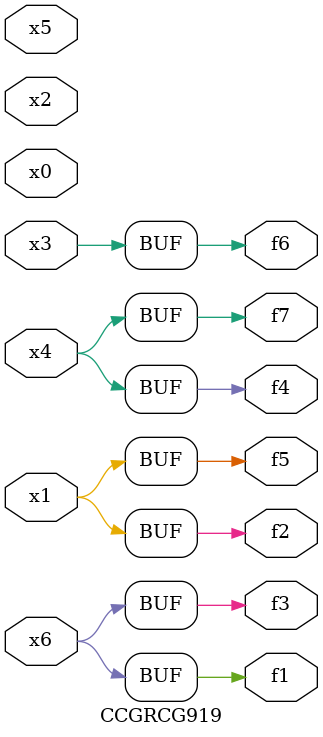
<source format=v>
module CCGRCG919(
	input x0, x1, x2, x3, x4, x5, x6,
	output f1, f2, f3, f4, f5, f6, f7
);
	assign f1 = x6;
	assign f2 = x1;
	assign f3 = x6;
	assign f4 = x4;
	assign f5 = x1;
	assign f6 = x3;
	assign f7 = x4;
endmodule

</source>
